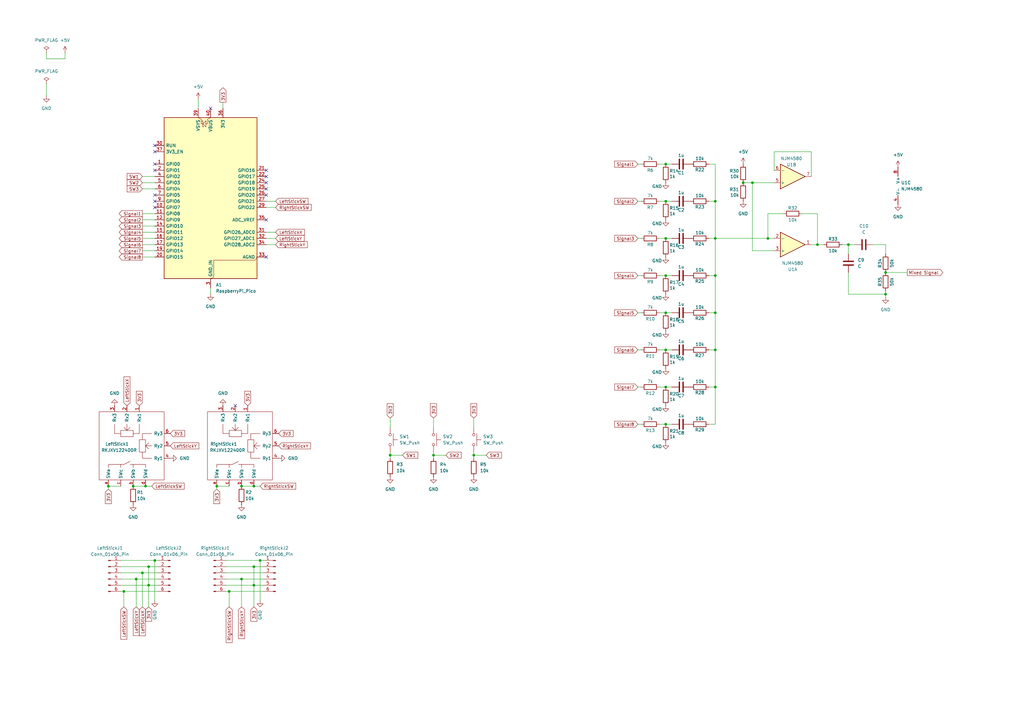
<source format=kicad_sch>
(kicad_sch (version 20250114) (generator "eeschema") (generator_version "9.0")
  (paper "A3")
  (lib_symbols
    (symbol "Amplifier_Operational:NJM4580" (pin_names (offset 0.127))
      (property "Reference" "U" (at 0 5.08 0))
      (property "Value" "NJM4580" (at 0 -5.08 0))
      (symbol "NJM4580_1_1"
        (polyline (pts (xy -5.08 5.08) (xy 5.08 0) (xy -5.08 -5.08) (xy -5.08 5.08)) (stroke (width 0.254)) (fill (type background)))
        (pin input line (at -7.62 2.54 0) (length 2.54) (name "+") (number "3"))
        (pin input line (at -7.62 -2.54 0) (length 2.54) (name "-") (number "2"))
        (pin output line (at 7.62 0 180) (length 2.54) (name "~") (number "1"))
      )
      (symbol "NJM4580_2_1"
        (polyline (pts (xy -5.08 5.08) (xy 5.08 0) (xy -5.08 -5.08) (xy -5.08 5.08)) (stroke (width 0.254)) (fill (type background)))
        (pin input line (at -7.62 2.54 0) (length 2.54) (name "+") (number "5"))
        (pin input line (at -7.62 -2.54 0) (length 2.54) (name "-") (number "6"))
        (pin output line (at 7.62 0 180) (length 2.54) (name "~") (number "7"))
      )
      (symbol "NJM4580_3_1"
        (pin power_in line (at -2.54 7.62 270) (length 3.81) (name "V+") (number "8"))
        (pin power_in line (at -2.54 -7.62 90) (length 3.81) (name "V-") (number "4"))
      )
    )
    (symbol "Connector:Conn_01x06_Pin" (pin_names (offset 1.016) (hide yes))
      (property "Reference" "J" (at 0 7.62 0))
      (property "Value" "Conn_01x06_Pin" (at 0 -10.16 0))
      (symbol "Conn_01x06_Pin_1_1"
        (rectangle (start 0.8636 5.207) (end 0 4.953) (stroke (width 0.1524)) (fill (type outline)))
        (rectangle (start 0.8636 2.667) (end 0 2.413) (stroke (width 0.1524)) (fill (type outline)))
        (rectangle (start 0.8636 0.127) (end 0 -0.127) (stroke (width 0.1524)) (fill (type outline)))
        (rectangle (start 0.8636 -2.413) (end 0 -2.667) (stroke (width 0.1524)) (fill (type outline)))
        (rectangle (start 0.8636 -4.953) (end 0 -5.207) (stroke (width 0.1524)) (fill (type outline)))
        (rectangle (start 0.8636 -7.493) (end 0 -7.747) (stroke (width 0.1524)) (fill (type outline)))
        (polyline (pts (xy 1.27 5.08) (xy 0.8636 5.08)) (stroke (width 0.1524)))
        (polyline (pts (xy 1.27 2.54) (xy 0.8636 2.54)) (stroke (width 0.1524)))
        (polyline (pts (xy 1.27 0) (xy 0.8636 0)) (stroke (width 0.1524)))
        (polyline (pts (xy 1.27 -2.54) (xy 0.8636 -2.54)) (stroke (width 0.1524)))
        (polyline (pts (xy 1.27 -5.08) (xy 0.8636 -5.08)) (stroke (width 0.1524)))
        (polyline (pts (xy 1.27 -7.62) (xy 0.8636 -7.62)) (stroke (width 0.1524)))
        (pin passive line (at 5.08 5.08 180) (length 3.81) (name "Pin_1") (number "1"))
        (pin passive line (at 5.08 2.54 180) (length 3.81) (name "Pin_2") (number "2"))
        (pin passive line (at 5.08 0 180) (length 3.81) (name "Pin_3") (number "3"))
        (pin passive line (at 5.08 -2.54 180) (length 3.81) (name "Pin_4") (number "4"))
        (pin passive line (at 5.08 -5.08 180) (length 3.81) (name "Pin_5") (number "5"))
        (pin passive line (at 5.08 -7.62 180) (length 3.81) (name "Pin_6") (number "6"))
      )
    )
    (symbol "Device:C" (pin_numbers (hide yes)) (pin_names (offset 0.254))
      (property "Reference" "C" (at 0.635 2.54 0))
      (property "Value" "C" (at 0.635 -2.54 0))
      (symbol "C_0_1"
        (polyline (pts (xy -2.032 0.762) (xy 2.032 0.762)) (stroke (width 0.508)))
        (polyline (pts (xy -2.032 -0.762) (xy 2.032 -0.762)) (stroke (width 0.508)))
      )
      (symbol "C_1_1"
        (pin passive line (at 0 3.81 270) (length 2.794) (name "~") (number "1"))
        (pin passive line (at 0 -3.81 90) (length 2.794) (name "~") (number "2"))
      )
    )
    (symbol "Device:R" (pin_numbers (hide yes)) (pin_names (offset 0))
      (property "Reference" "R" (at 2.032 0 90))
      (property "Value" "R" (at 0 0 90))
      (symbol "R_0_1"
        (rectangle (start -1.016 -2.54) (end 1.016 2.54) (stroke (width 0.254)))
      )
      (symbol "R_1_1"
        (pin passive line (at 0 3.81 270) (length 1.27) (name "~") (number "1"))
        (pin passive line (at 0 -3.81 90) (length 1.27) (name "~") (number "2"))
      )
    )
    (symbol "MCU_Module:RaspberryPi_Pico" (pin_names (offset 0.762))
      (property "Reference" "A" (at -19.05 35.56 0))
      (property "Value" "RaspberryPi_Pico" (at 7.62 35.56 0))
      (symbol "RaspberryPi_Pico_0_1"
        (rectangle (start -19.05 34.29) (end 19.05 -31.75) (stroke (width 0.254)) (fill (type background)))
        (polyline (pts (xy -5.08 34.29) (xy -3.81 33.655) (xy -3.81 31.75) (xy -3.175 31.75)))
        (polyline (pts (xy -3.429 32.766) (xy -3.429 33.02) (xy -3.175 33.02) (xy -3.175 30.48) (xy -2.921 30.48) (xy -2.921 30.734)))
        (polyline (pts (xy -3.175 31.75) (xy -1.905 33.02) (xy -1.905 30.48) (xy -3.175 31.75)))
        (polyline (pts (xy 0 34.29) (xy -1.27 33.655) (xy -1.27 31.75) (xy -1.905 31.75)))
        (polyline (pts (xy 0 -31.75) (xy 1.27 -31.115) (xy 1.27 -24.13) (xy 18.415 -24.13) (xy 19.05 -22.86)))
      )
      (symbol "RaspberryPi_Pico_1_1"
        (pin passive line (at -22.86 22.86 0) (length 3.81) (name "RUN") (number "30"))
        (pin passive line (at -22.86 20.32 0) (length 3.81) (name "3V3_EN") (number "37"))
        (pin bidirectional line (at -22.86 15.24 0) (length 3.81) (name "GPIO0") (number "1"))
        (pin bidirectional line (at -22.86 12.7 0) (length 3.81) (name "GPIO1") (number "2"))
        (pin bidirectional line (at -22.86 10.16 0) (length 3.81) (name "GPIO2") (number "4"))
        (pin bidirectional line (at -22.86 7.62 0) (length 3.81) (name "GPIO3") (number "5"))
        (pin bidirectional line (at -22.86 5.08 0) (length 3.81) (name "GPIO4") (number "6"))
        (pin bidirectional line (at -22.86 2.54 0) (length 3.81) (name "GPIO5") (number "7"))
        (pin bidirectional line (at -22.86 0 0) (length 3.81) (name "GPIO6") (number "9"))
        (pin bidirectional line (at -22.86 -2.54 0) (length 3.81) (name "GPIO7") (number "10"))
        (pin bidirectional line (at -22.86 -5.08 0) (length 3.81) (name "GPIO8") (number "11"))
        (pin bidirectional line (at -22.86 -7.62 0) (length 3.81) (name "GPIO9") (number "12"))
        (pin bidirectional line (at -22.86 -10.16 0) (length 3.81) (name "GPIO10") (number "14"))
        (pin bidirectional line (at -22.86 -12.7 0) (length 3.81) (name "GPIO11") (number "15"))
        (pin bidirectional line (at -22.86 -15.24 0) (length 3.81) (name "GPIO12") (number "16"))
        (pin bidirectional line (at -22.86 -17.78 0) (length 3.81) (name "GPIO13") (number "17"))
        (pin bidirectional line (at -22.86 -20.32 0) (length 3.81) (name "GPIO14") (number "19"))
        (pin bidirectional line (at -22.86 -22.86 0) (length 3.81) (name "GPIO15") (number "20"))
        (pin power_in line (at -5.08 38.1 270) (length 3.81) (name "VSYS") (number "39"))
        (pin power_out line (at 0 38.1 270) (length 3.81) (name "VBUS") (number "40"))
        (pin passive line (at 0 -35.56 90) (length 3.81) (hide yes) (name "GND") (number "13"))
        (pin passive line (at 0 -35.56 90) (length 3.81) (hide yes) (name "GND") (number "18"))
        (pin passive line (at 0 -35.56 90) (length 3.81) (hide yes) (name "GND") (number "23"))
        (pin passive line (at 0 -35.56 90) (length 3.81) (hide yes) (name "GND") (number "28"))
        (pin power_out line (at 0 -35.56 90) (length 3.81) (name "GND") (number "3") (alternate "GND_IN" power_in line))
        (pin passive line (at 0 -35.56 90) (length 3.81) (hide yes) (name "GND") (number "38"))
        (pin passive line (at 0 -35.56 90) (length 3.81) (hide yes) (name "GND") (number "8"))
        (pin power_out line (at 5.08 38.1 270) (length 3.81) (name "3V3") (number "36"))
        (pin bidirectional line (at 22.86 12.7 180) (length 3.81) (name "GPIO16") (number "21"))
        (pin bidirectional line (at 22.86 10.16 180) (length 3.81) (name "GPIO17") (number "22"))
        (pin bidirectional line (at 22.86 7.62 180) (length 3.81) (name "GPIO18") (number "24"))
        (pin bidirectional line (at 22.86 5.08 180) (length 3.81) (name "GPIO19") (number "25"))
        (pin bidirectional line (at 22.86 2.54 180) (length 3.81) (name "GPIO20") (number "26"))
        (pin bidirectional line (at 22.86 0 180) (length 3.81) (name "GPIO21") (number "27"))
        (pin bidirectional line (at 22.86 -2.54 180) (length 3.81) (name "GPIO22") (number "29"))
        (pin power_in line (at 22.86 -7.62 180) (length 3.81) (name "ADC_VREF") (number "35"))
        (pin bidirectional line (at 22.86 -12.7 180) (length 3.81) (name "GPIO26_ADC0") (number "31"))
        (pin bidirectional line (at 22.86 -15.24 180) (length 3.81) (name "GPIO27_ADC1") (number "32"))
        (pin bidirectional line (at 22.86 -17.78 180) (length 3.81) (name "GPIO28_ADC2") (number "34"))
        (pin power_out line (at 22.86 -22.86 180) (length 3.81) (name "AGND") (number "33"))
      )
    )
    (symbol "Switch:SW_Push" (pin_numbers (hide yes)) (pin_names (offset 1.016) (hide yes))
      (property "Reference" "SW" (at 1.27 2.54 0))
      (property "Value" "SW_Push" (at 0 -1.524 0))
      (symbol "SW_Push_0_1"
        (circle (center -2.032 0) (radius 0.508))
        (polyline (pts (xy 0 1.27) (xy 0 3.048)))
        (circle (center 2.032 0) (radius 0.508))
        (polyline (pts (xy 2.54 1.27) (xy -2.54 1.27)))
        (pin passive line (at -5.08 0 0) (length 2.54) (name "1") (number "1"))
        (pin passive line (at 5.08 0 180) (length 2.54) (name "2") (number "2"))
      )
    )
    (symbol "joystick:RKJXV122400R"
      (property "Reference" "U" (at -4.318 1.27 0))
      (property "Value" "RKJXV122400R" (at -3.048 -1.778 0))
      (symbol "RKJXV122400R_1_1"
        (rectangle (start -11.43 13.97) (end 15.24 -13.97))
        (rectangle (start -5.08 5.08) (end -5.08 8.89))
        (rectangle (start -2.54 6.35) (end 2.54 3.81))
        (rectangle (start -2.54 5.08) (end -5.08 5.08))
        (polyline (pts (xy -2.54 -7.62) (xy -1.27 -7.62)))
        (polyline (pts (xy -2.54 -8.89) (xy -2.54 -7.62) (xy -7.62 -7.62) (xy -7.62 -8.89)))
        (polyline (pts (xy -1.27 -7.62) (xy 1.27 -6.35)))
        (rectangle (start 0 8.89) (end 0 6.35))
        (polyline (pts (xy 0 6.35) (xy -1.27 7.62) (xy 0 6.35) (xy 1.27 7.62)))
        (rectangle (start 2.54 5.08) (end 5.08 5.08))
        (polyline (pts (xy 2.54 -7.62) (xy 1.27 -7.62)))
        (polyline (pts (xy 2.54 -8.89) (xy 2.54 -7.62) (xy 7.62 -7.62) (xy 7.62 -8.89)))
        (rectangle (start 5.08 5.08) (end 5.08 8.89))
        (polyline (pts (xy 6.35 -2.54) (xy 6.35 -5.08) (xy 10.16 -5.08)))
        (polyline (pts (xy 7.62 0) (xy 8.89 1.27)))
        (polyline (pts (xy 7.62 0) (xy 8.89 -1.27)))
        (polyline (pts (xy 7.62 0) (xy 10.16 0)))
        (polyline (pts (xy 10.16 5.08) (xy 6.35 5.08) (xy 6.35 2.54) (xy 5.08 2.54) (xy 5.08 -2.54) (xy 7.62 -2.54) (xy 7.62 2.54) (xy 6.35 2.54)))
        (pin passive line (at -7.62 -16.51 90) (length 2.54) (name "SWa") (number "a"))
        (pin passive line (at -5.08 16.51 270) (length 2.54) (name "Rx3") (number "3"))
        (pin passive line (at -2.54 -16.51 90) (length 2.54) (name "SWc") (number "c"))
        (pin passive line (at 0 16.51 270) (length 2.54) (name "Rx2") (number "2"))
        (pin passive line (at 2.54 -16.51 90) (length 2.54) (name "SWb") (number "b"))
        (pin passive line (at 5.08 16.51 270) (length 2.54) (name "Rx1") (number "1"))
        (pin passive line (at 7.62 -16.51 90) (length 2.54) (name "SWd") (number "d"))
        (pin passive line (at 17.78 5.08 180) (length 2.54) (name "Ry3") (number "6"))
        (pin passive line (at 17.78 0 180) (length 2.54) (name "Ry2") (number "5"))
        (pin passive line (at 17.78 -5.08 180) (length 2.54) (name "Ry1") (number "4"))
      )
    )
    (symbol "power:+5V" (power) (pin_numbers (hide yes)) (pin_names (offset 0) (hide yes))
      (property "Value" "+5V" (at 0 3.556 0))
      (symbol "+5V_0_1"
        (polyline (pts (xy -0.762 1.27) (xy 0 2.54)))
        (polyline (pts (xy 0 2.54) (xy 0.762 1.27)))
        (polyline (pts (xy 0 0) (xy 0 2.54)))
      )
      (symbol "+5V_1_1"
        (pin power_in line (at 0 0 90) (length 0) (name "~") (number "1"))
      )
    )
    (symbol "power:GND" (power) (pin_numbers (hide yes)) (pin_names (offset 0) (hide yes))
      (property "Value" "GND" (at 0 -3.81 0))
      (symbol "GND_0_1"
        (polyline (pts (xy 0 0) (xy 0 -1.27) (xy 1.27 -1.27) (xy 0 -2.54) (xy -1.27 -1.27) (xy 0 -1.27)))
      )
      (symbol "GND_1_1"
        (pin power_in line (at 0 0 270) (length 0) (name "~") (number "1"))
      )
    )
    (symbol "power:PWR_FLAG" (power) (pin_numbers (hide yes)) (pin_names (offset 0) (hide yes))
      (property "Value" "PWR_FLAG" (at 0 3.81 0))
      (symbol "PWR_FLAG_0_0"
        (pin power_out line (at 0 0 90) (length 0) (name "~") (number "1"))
      )
      (symbol "PWR_FLAG_0_1"
        (polyline (pts (xy 0 0) (xy 0 1.27) (xy -1.016 1.905) (xy 0 2.54) (xy 1.016 1.905) (xy 0 1.27)))
      )
    )
  )
  (junction (at 293.37 97.79))
  (junction (at 60.96 232.41))
  (junction (at 59.69 199.39))
  (junction (at 104.14 199.39))
  (junction (at 273.05 113.03))
  (junction (at 104.14 232.41))
  (junction (at 63.5 229.87))
  (junction (at 160.02 186.69))
  (junction (at 273.05 82.55))
  (junction (at 335.28 100.33))
  (junction (at 93.98 242.57))
  (junction (at 55.88 237.49))
  (junction (at 44.45 199.39))
  (junction (at 54.61 199.39))
  (junction (at 177.8 186.69))
  (junction (at 293.37 82.55))
  (junction (at 293.37 143.51))
  (junction (at 273.05 143.51))
  (junction (at 99.06 199.39))
  (junction (at 88.9 199.39))
  (junction (at 99.06 237.49))
  (junction (at 347.98 100.33))
  (junction (at 293.37 158.75))
  (junction (at 293.37 128.27))
  (junction (at 314.96 97.79))
  (junction (at 273.05 97.79))
  (junction (at 273.05 67.31))
  (junction (at 304.8 74.93))
  (junction (at 293.37 113.03))
  (junction (at 273.05 173.99))
  (junction (at 363.22 111.76))
  (junction (at 194.31 186.69))
  (junction (at 273.05 128.27))
  (junction (at 104.14 240.03))
  (junction (at 58.42 234.95))
  (junction (at 50.8 242.57))
  (junction (at 273.05 158.75))
  (junction (at 60.96 240.03))
  (junction (at 308.61 74.93))
  (junction (at 106.68 229.87))
  (junction (at 363.22 120.65))
  (no_connect (at 109.22 77.47))
  (no_connect (at 109.22 80.01))
  (no_connect (at 63.5 85.09))
  (no_connect (at 63.5 80.01))
  (no_connect (at 63.5 59.69))
  (no_connect (at 109.22 74.93))
  (no_connect (at 96.52 166.37))
  (no_connect (at 109.22 72.39))
  (no_connect (at 109.22 90.17))
  (no_connect (at 63.5 69.85))
  (no_connect (at 63.5 82.55))
  (no_connect (at 63.5 67.31))
  (no_connect (at 63.5 62.23))
  (no_connect (at 86.36 44.45))
  (no_connect (at 109.22 105.41))
  (no_connect (at 109.22 69.85))
  (wire (pts (xy 347.98 120.65) (xy 363.22 120.65)))
  (wire (pts (xy 335.28 100.33) (xy 337.82 100.33)))
  (wire (pts (xy 293.37 97.79) (xy 314.96 97.79)))
  (wire (pts (xy 49.53 240.03) (xy 60.96 240.03)))
  (wire (pts (xy 55.88 237.49) (xy 55.88 248.92)))
  (wire (pts (xy 60.96 240.03) (xy 64.77 240.03)))
  (wire (pts (xy 293.37 128.27) (xy 293.37 143.51)))
  (wire (pts (xy 106.68 229.87) (xy 107.95 229.87)))
  (wire (pts (xy 49.53 234.95) (xy 58.42 234.95)))
  (wire (pts (xy 58.42 95.25) (xy 63.5 95.25)))
  (wire (pts (xy 104.14 240.03) (xy 104.14 248.92)))
  (wire (pts (xy 194.31 171.45) (xy 194.31 175.26)))
  (wire (pts (xy 92.71 237.49) (xy 99.06 237.49)))
  (wire (pts (xy 363.22 119.38) (xy 363.22 120.65)))
  (wire (pts (xy 59.69 199.39) (xy 62.23 199.39)))
  (wire (pts (xy 50.8 242.57) (xy 64.77 242.57)))
  (wire (pts (xy 293.37 82.55) (xy 293.37 67.31)))
  (wire (pts (xy 58.42 92.71) (xy 63.5 92.71)))
  (wire (pts (xy 273.05 97.79) (xy 275.59 97.79)))
  (wire (pts (xy 60.96 232.41) (xy 64.77 232.41)))
  (wire (pts (xy 194.31 186.69) (xy 199.39 186.69)))
  (wire (pts (xy 261.62 128.27) (xy 262.89 128.27)))
  (wire (pts (xy 261.62 173.99) (xy 262.89 173.99)))
  (wire (pts (xy 81.28 40.64) (xy 81.28 44.45)))
  (wire (pts (xy 314.96 97.79) (xy 317.5 97.79)))
  (wire (pts (xy 92.71 234.95) (xy 107.95 234.95)))
  (wire (pts (xy 273.05 113.03) (xy 275.59 113.03)))
  (wire (pts (xy 335.28 87.63) (xy 335.28 100.33)))
  (wire (pts (xy 290.83 158.75) (xy 293.37 158.75)))
  (wire (pts (xy 99.06 237.49) (xy 107.95 237.49)))
  (wire (pts (xy 314.96 87.63) (xy 314.96 97.79)))
  (wire (pts (xy 293.37 173.99) (xy 290.83 173.99)))
  (wire (pts (xy 358.14 100.33) (xy 363.22 100.33)))
  (wire (pts (xy 261.62 67.31) (xy 262.89 67.31)))
  (wire (pts (xy 109.22 97.79) (xy 113.03 97.79)))
  (wire (pts (xy 290.83 82.55) (xy 293.37 82.55)))
  (wire (pts (xy 91.44 41.91) (xy 91.44 44.45)))
  (wire (pts (xy 273.05 82.55) (xy 275.59 82.55)))
  (wire (pts (xy 363.22 120.65) (xy 363.22 121.92)))
  (wire (pts (xy 58.42 105.41) (xy 63.5 105.41)))
  (wire (pts (xy 63.5 229.87) (xy 63.5 246.38)))
  (wire (pts (xy 261.62 97.79) (xy 262.89 97.79)))
  (wire (pts (xy 160.02 185.42) (xy 160.02 186.69)))
  (wire (pts (xy 55.88 237.49) (xy 64.77 237.49)))
  (wire (pts (xy 160.02 186.69) (xy 160.02 187.96)))
  (wire (pts (xy 290.83 113.03) (xy 293.37 113.03)))
  (wire (pts (xy 290.83 128.27) (xy 293.37 128.27)))
  (wire (pts (xy 304.8 74.93) (xy 308.61 74.93)))
  (wire (pts (xy 317.5 69.85) (xy 317.5 62.23)))
  (wire (pts (xy 104.14 232.41) (xy 104.14 240.03)))
  (wire (pts (xy 177.8 186.69) (xy 182.88 186.69)))
  (wire (pts (xy 270.51 82.55) (xy 273.05 82.55)))
  (wire (pts (xy 363.22 100.33) (xy 363.22 104.14)))
  (wire (pts (xy 88.9 199.39) (xy 93.98 199.39)))
  (wire (pts (xy 109.22 85.09) (xy 113.03 85.09)))
  (wire (pts (xy 19.05 24.13) (xy 26.67 24.13)))
  (wire (pts (xy 44.45 199.39) (xy 49.53 199.39)))
  (wire (pts (xy 363.22 111.76) (xy 372.11 111.76)))
  (wire (pts (xy 317.5 62.23) (xy 332.74 62.23)))
  (wire (pts (xy 58.42 234.95) (xy 64.77 234.95)))
  (wire (pts (xy 44.45 199.39) (xy 44.45 200.66)))
  (wire (pts (xy 290.83 143.51) (xy 293.37 143.51)))
  (wire (pts (xy 93.98 242.57) (xy 107.95 242.57)))
  (wire (pts (xy 54.61 199.39) (xy 59.69 199.39)))
  (wire (pts (xy 160.02 171.45) (xy 160.02 175.26)))
  (wire (pts (xy 321.31 87.63) (xy 314.96 87.63)))
  (wire (pts (xy 261.62 158.75) (xy 262.89 158.75)))
  (wire (pts (xy 49.53 232.41) (xy 60.96 232.41)))
  (wire (pts (xy 273.05 128.27) (xy 275.59 128.27)))
  (wire (pts (xy 308.61 74.93) (xy 308.61 102.87)))
  (wire (pts (xy 60.96 232.41) (xy 60.96 240.03)))
  (wire (pts (xy 58.42 97.79) (xy 63.5 97.79)))
  (wire (pts (xy 273.05 173.99) (xy 275.59 173.99)))
  (wire (pts (xy 308.61 102.87) (xy 317.5 102.87)))
  (wire (pts (xy 58.42 77.47) (xy 63.5 77.47)))
  (wire (pts (xy 293.37 158.75) (xy 293.37 173.99)))
  (wire (pts (xy 49.53 229.87) (xy 63.5 229.87)))
  (wire (pts (xy 58.42 102.87) (xy 63.5 102.87)))
  (wire (pts (xy 104.14 232.41) (xy 107.95 232.41)))
  (wire (pts (xy 177.8 186.69) (xy 177.8 187.96)))
  (wire (pts (xy 104.14 240.03) (xy 107.95 240.03)))
  (wire (pts (xy 270.51 97.79) (xy 273.05 97.79)))
  (wire (pts (xy 93.98 242.57) (xy 93.98 248.92)))
  (wire (pts (xy 270.51 173.99) (xy 273.05 173.99)))
  (wire (pts (xy 92.71 232.41) (xy 104.14 232.41)))
  (wire (pts (xy 194.31 186.69) (xy 194.31 187.96)))
  (wire (pts (xy 261.62 82.55) (xy 262.89 82.55)))
  (wire (pts (xy 308.61 74.93) (xy 317.5 74.93)))
  (wire (pts (xy 293.37 82.55) (xy 293.37 97.79)))
  (wire (pts (xy 347.98 100.33) (xy 350.52 100.33)))
  (wire (pts (xy 58.42 87.63) (xy 63.5 87.63)))
  (wire (pts (xy 92.71 229.87) (xy 106.68 229.87)))
  (wire (pts (xy 106.68 229.87) (xy 106.68 246.38)))
  (wire (pts (xy 347.98 100.33) (xy 347.98 104.14)))
  (wire (pts (xy 26.67 21.59) (xy 26.67 24.13)))
  (wire (pts (xy 270.51 67.31) (xy 273.05 67.31)))
  (wire (pts (xy 92.71 242.57) (xy 93.98 242.57)))
  (wire (pts (xy 328.93 87.63) (xy 335.28 87.63)))
  (wire (pts (xy 261.62 143.51) (xy 262.89 143.51)))
  (wire (pts (xy 86.36 118.11) (xy 86.36 120.65)))
  (wire (pts (xy 293.37 113.03) (xy 293.37 128.27)))
  (wire (pts (xy 194.31 185.42) (xy 194.31 186.69)))
  (wire (pts (xy 19.05 34.29) (xy 19.05 39.37)))
  (wire (pts (xy 19.05 21.59) (xy 19.05 24.13)))
  (wire (pts (xy 109.22 82.55) (xy 113.03 82.55)))
  (wire (pts (xy 293.37 143.51) (xy 293.37 158.75)))
  (wire (pts (xy 347.98 111.76) (xy 347.98 120.65)))
  (wire (pts (xy 99.06 199.39) (xy 104.14 199.39)))
  (wire (pts (xy 270.51 143.51) (xy 273.05 143.51)))
  (wire (pts (xy 104.14 199.39) (xy 106.68 199.39)))
  (wire (pts (xy 160.02 186.69) (xy 165.1 186.69)))
  (wire (pts (xy 177.8 185.42) (xy 177.8 186.69)))
  (wire (pts (xy 273.05 158.75) (xy 275.59 158.75)))
  (wire (pts (xy 270.51 158.75) (xy 273.05 158.75)))
  (wire (pts (xy 60.96 240.03) (xy 60.96 248.92)))
  (wire (pts (xy 109.22 95.25) (xy 113.03 95.25)))
  (wire (pts (xy 293.37 97.79) (xy 293.37 113.03)))
  (wire (pts (xy 177.8 171.45) (xy 177.8 175.26)))
  (wire (pts (xy 49.53 242.57) (xy 50.8 242.57)))
  (wire (pts (xy 63.5 229.87) (xy 64.77 229.87)))
  (wire (pts (xy 270.51 113.03) (xy 273.05 113.03)))
  (wire (pts (xy 92.71 240.03) (xy 104.14 240.03)))
  (wire (pts (xy 58.42 234.95) (xy 58.42 248.92)))
  (wire (pts (xy 109.22 100.33) (xy 113.03 100.33)))
  (wire (pts (xy 273.05 143.51) (xy 275.59 143.51)))
  (wire (pts (xy 270.51 128.27) (xy 273.05 128.27)))
  (wire (pts (xy 58.42 74.93) (xy 63.5 74.93)))
  (wire (pts (xy 332.74 62.23) (xy 332.74 72.39)))
  (wire (pts (xy 88.9 199.39) (xy 88.9 200.66)))
  (wire (pts (xy 273.05 67.31) (xy 275.59 67.31)))
  (wire (pts (xy 58.42 100.33) (xy 63.5 100.33)))
  (wire (pts (xy 99.06 237.49) (xy 99.06 248.92)))
  (wire (pts (xy 261.62 113.03) (xy 262.89 113.03)))
  (wire (pts (xy 335.28 100.33) (xy 332.74 100.33)))
  (wire (pts (xy 49.53 237.49) (xy 55.88 237.49)))
  (wire (pts (xy 58.42 72.39) (xy 63.5 72.39)))
  (wire (pts (xy 293.37 67.31) (xy 290.83 67.31)))
  (wire (pts (xy 50.8 242.57) (xy 50.8 248.92)))
  (wire (pts (xy 290.83 97.79) (xy 293.37 97.79)))
  (wire (pts (xy 58.42 90.17) (xy 63.5 90.17)))
  (wire (pts (xy 345.44 100.33) (xy 347.98 100.33)))
  (global_label "Mixed Signal" (shape output) (at 372.11 111.76 0) (property "Intersheetrefs" "${INTERSHEET_REFS}" (effects (hide yes))))
  (global_label "SW1" (shape input) (at 165.1 186.69 0) (property "Intersheetrefs" "${INTERSHEET_REFS}" (effects (hide yes))))
  (global_label "Signal7" (shape output) (at 58.42 102.87 180) (property "Intersheetrefs" "${INTERSHEET_REFS}" (effects (hide yes))))
  (global_label "LeftStickY" (shape input) (at 113.03 97.79 0) (property "Intersheetrefs" "${INTERSHEET_REFS}" (effects (hide yes))))
  (global_label "Signal7" (shape input) (at 261.62 158.75 180) (property "Intersheetrefs" "${INTERSHEET_REFS}" (effects (hide yes))))
  (global_label "Signal1" (shape input) (at 261.62 67.31 180) (property "Intersheetrefs" "${INTERSHEET_REFS}" (effects (hide yes))))
  (global_label "LeftStickSW" (shape input) (at 50.8 248.92 270) (property "Intersheetrefs" "${INTERSHEET_REFS}" (effects (hide yes))))
  (global_label "RightStickSW" (shape input) (at 113.03 85.09 0) (property "Intersheetrefs" "${INTERSHEET_REFS}" (effects (hide yes))))
  (global_label "LeftStickSW" (shape input) (at 62.23 199.39 0) (property "Intersheetrefs" "${INTERSHEET_REFS}" (effects (hide yes))))
  (global_label "RightStickY" (shape input) (at 114.3 182.88 0) (property "Intersheetrefs" "${INTERSHEET_REFS}" (effects (hide yes))))
  (global_label "RightStickSW" (shape input) (at 106.68 199.39 0) (property "Intersheetrefs" "${INTERSHEET_REFS}" (effects (hide yes))))
  (global_label "Signal3" (shape output) (at 58.42 92.71 180) (property "Intersheetrefs" "${INTERSHEET_REFS}" (effects (hide yes))))
  (global_label "3V3" (shape input) (at 160.02 171.45 90) (property "Intersheetrefs" "${INTERSHEET_REFS}" (effects (hide yes))))
  (global_label "Signal5" (shape input) (at 261.62 128.27 180) (property "Intersheetrefs" "${INTERSHEET_REFS}" (effects (hide yes))))
  (global_label "3V3" (shape output) (at 91.44 41.91 90) (property "Intersheetrefs" "${INTERSHEET_REFS}" (effects (hide yes))))
  (global_label "SW2" (shape input) (at 182.88 186.69 0) (property "Intersheetrefs" "${INTERSHEET_REFS}" (effects (hide yes))))
  (global_label "Signal1" (shape output) (at 58.42 87.63 180) (property "Intersheetrefs" "${INTERSHEET_REFS}" (effects (hide yes))))
  (global_label "SW3" (shape input) (at 58.42 77.47 180) (property "Intersheetrefs" "${INTERSHEET_REFS}" (effects (hide yes))))
  (global_label "3V3" (shape input) (at 60.96 248.92 270) (property "Intersheetrefs" "${INTERSHEET_REFS}" (effects (hide yes))))
  (global_label "3V3" (shape input) (at 194.31 171.45 90) (property "Intersheetrefs" "${INTERSHEET_REFS}" (effects (hide yes))))
  (global_label "Signal5" (shape output) (at 58.42 97.79 180) (property "Intersheetrefs" "${INTERSHEET_REFS}" (effects (hide yes))))
  (global_label "LeftStickX" (shape input) (at 52.07 166.37 90) (property "Intersheetrefs" "${INTERSHEET_REFS}" (effects (hide yes))))
  (global_label "3V3" (shape input) (at 88.9 200.66 270) (property "Intersheetrefs" "${INTERSHEET_REFS}" (effects (hide yes))))
  (global_label "RightStickSW" (shape input) (at 93.98 248.92 270) (property "Intersheetrefs" "${INTERSHEET_REFS}" (effects (hide yes))))
  (global_label "Signal4" (shape input) (at 261.62 113.03 180) (property "Intersheetrefs" "${INTERSHEET_REFS}" (effects (hide yes))))
  (global_label "3V3" (shape input) (at 104.14 248.92 270) (property "Intersheetrefs" "${INTERSHEET_REFS}" (effects (hide yes))))
  (global_label "3V3" (shape input) (at 69.85 177.8 0) (property "Intersheetrefs" "${INTERSHEET_REFS}" (effects (hide yes))))
  (global_label "RightStickY" (shape input) (at 99.06 248.92 270) (property "Intersheetrefs" "${INTERSHEET_REFS}" (effects (hide yes))))
  (global_label "Signal4" (shape output) (at 58.42 95.25 180) (property "Intersheetrefs" "${INTERSHEET_REFS}" (effects (hide yes))))
  (global_label "3V3" (shape input) (at 57.15 166.37 90) (property "Intersheetrefs" "${INTERSHEET_REFS}" (effects (hide yes))))
  (global_label "LeftStickSW" (shape input) (at 113.03 82.55 0) (property "Intersheetrefs" "${INTERSHEET_REFS}" (effects (hide yes))))
  (global_label "LeftStickX" (shape input) (at 113.03 95.25 0) (property "Intersheetrefs" "${INTERSHEET_REFS}" (effects (hide yes))))
  (global_label "Signal6" (shape input) (at 261.62 143.51 180) (property "Intersheetrefs" "${INTERSHEET_REFS}" (effects (hide yes))))
  (global_label "LeftStickX" (shape input) (at 58.42 248.92 270) (property "Intersheetrefs" "${INTERSHEET_REFS}" (effects (hide yes))))
  (global_label "3V3" (shape input) (at 114.3 177.8 0) (property "Intersheetrefs" "${INTERSHEET_REFS}" (effects (hide yes))))
  (global_label "Signal6" (shape output) (at 58.42 100.33 180) (property "Intersheetrefs" "${INTERSHEET_REFS}" (effects (hide yes))))
  (global_label "LeftStickY" (shape input) (at 69.85 182.88 0) (property "Intersheetrefs" "${INTERSHEET_REFS}" (effects (hide yes))))
  (global_label "Signal2" (shape output) (at 58.42 90.17 180) (property "Intersheetrefs" "${INTERSHEET_REFS}" (effects (hide yes))))
  (global_label "3V3" (shape input) (at 177.8 171.45 90) (property "Intersheetrefs" "${INTERSHEET_REFS}" (effects (hide yes))))
  (global_label "SW1" (shape input) (at 58.42 72.39 180) (property "Intersheetrefs" "${INTERSHEET_REFS}" (effects (hide yes))))
  (global_label "RightStickY" (shape input) (at 113.03 100.33 0) (property "Intersheetrefs" "${INTERSHEET_REFS}" (effects (hide yes))))
  (global_label "SW2" (shape input) (at 58.42 74.93 180) (property "Intersheetrefs" "${INTERSHEET_REFS}" (effects (hide yes))))
  (global_label "Signal8" (shape output) (at 58.42 105.41 180) (property "Intersheetrefs" "${INTERSHEET_REFS}" (effects (hide yes))))
  (global_label "SW3" (shape input) (at 199.39 186.69 0) (property "Intersheetrefs" "${INTERSHEET_REFS}" (effects (hide yes))))
  (global_label "3V3" (shape input) (at 101.6 166.37 90) (property "Intersheetrefs" "${INTERSHEET_REFS}" (effects (hide yes))))
  (global_label "Signal3" (shape input) (at 261.62 97.79 180) (property "Intersheetrefs" "${INTERSHEET_REFS}" (effects (hide yes))))
  (global_label "LeftStickY" (shape input) (at 55.88 248.92 270) (property "Intersheetrefs" "${INTERSHEET_REFS}" (effects (hide yes))))
  (global_label "Signal2" (shape input) (at 261.62 82.55 180) (property "Intersheetrefs" "${INTERSHEET_REFS}" (effects (hide yes))))
  (global_label "Signal8" (shape input) (at 261.62 173.99 180) (property "Intersheetrefs" "${INTERSHEET_REFS}" (effects (hide yes))))
  (global_label "3V3" (shape input) (at 44.45 200.66 270) (property "Intersheetrefs" "${INTERSHEET_REFS}" (effects (hide yes))))
  (symbol (lib_id "power:+5V") (at 26.67 21.59 0) (unit 1)
    (property "Reference" "#PWR02" (effects (hide yes)))
    (property "Value" "+5V" (at 26.67 16.51 0))
    (property "Description" "Power symbol creates a global label with name \"+5V\"" (effects (hide yes)))
  )
  (symbol (lib_id "Device:R") (at 325.12 87.63 90) (unit 1)
    (property "Reference" "R32" (at 325.12 85.344 90))
    (property "Value" "10k" (at 325.12 90.17 90))
    (property "Description" "Resistor" (effects (hide yes)))
  )
  (symbol (lib_id "power:GND") (at 99.06 207.01 0) (unit 1)
    (property "Reference" "#PWR010" (effects (hide yes)))
    (property "Value" "GND" (at 99.06 212.09 0))
    (property "Description" "Power symbol creates a global label with name \"GND\" , ground" (effects (hide yes)))
  )
  (symbol (lib_id "power:GND") (at 160.02 195.58 0) (unit 1)
    (property "Reference" "#PWR013" (effects (hide yes)))
    (property "Value" "GND" (at 160.02 200.66 0))
    (property "Description" "Power symbol creates a global label with name \"GND\" , ground" (effects (hide yes)))
  )
  (symbol (lib_id "power:PWR_FLAG") (at 19.05 21.59 0) (unit 1)
    (property "Reference" "#FLG01" (effects (hide yes)))
    (property "Value" "PWR_FLAG" (at 19.05 16.51 0))
    (property "Description" "Special symbol for telling ERC where power comes from" (effects (hide yes)))
  )
  (symbol (lib_id "power:+5V") (at 368.3 68.58 0) (unit 1)
    (property "Reference" "#PWR027" (effects (hide yes)))
    (property "Value" "+5V" (at 368.3 63.5 0))
    (property "Description" "Power symbol creates a global label with name \"+5V\"" (effects (hide yes)))
  )
  (symbol (lib_id "Connector:Conn_01x06_Pin") (at 87.63 234.95 0) (unit 1)
    (property "Reference" "RightStickJ1" (at 88.265 224.79 0))
    (property "Value" "Conn_01x06_Pin" (at 88.265 227.33 0))
    (property "Footprint" "Connector_PinHeader_2.54mm:PinHeader_1x06_P2.54mm_Vertical" (effects (hide yes)))
    (property "Description" "Generic connector, single row, 01x06, script generated" (effects (hide yes)))
  )
  (symbol (lib_id "Device:R") (at 287.02 128.27 90) (unit 1)
    (property "Reference" "R26" (at 287.02 130.556 90))
    (property "Value" "10k" (at 287.02 125.984 90))
    (property "Description" "Resistor" (effects (hide yes)))
  )
  (symbol (lib_id "Device:R") (at 99.06 203.2 0) (unit 1)
    (property "Reference" "R2" (at 100.584 201.93 0) (effects (justify left)))
    (property "Value" "10k" (at 100.584 204.47 0) (effects (justify left)))
    (property "Description" "Resistor" (effects (hide yes)))
  )
  (symbol (lib_id "power:+5V") (at 304.8 67.31 0) (unit 1)
    (property "Reference" "#PWR024" (effects (hide yes)))
    (property "Value" "+5V" (at 304.8 62.23 0))
    (property "Description" "Power symbol creates a global label with name \"+5V\"" (effects (hide yes)))
  )
  (symbol (lib_id "Device:R") (at 287.02 67.31 90) (unit 1)
    (property "Reference" "R22" (at 287.02 69.596 90))
    (property "Value" "10k" (at 287.02 65.024 90))
    (property "Description" "Resistor" (effects (hide yes)))
  )
  (symbol (lib_id "Device:R") (at 266.7 128.27 90) (unit 1)
    (property "Reference" "R10" (at 266.7 130.81 90))
    (property "Value" "7k" (at 266.7 125.984 90))
    (property "Description" "Resistor" (effects (hide yes)))
  )
  (symbol (lib_id "Device:C") (at 347.98 107.95 0) (unit 1)
    (property "Reference" "C9" (at 351.79 106.6799 0) (effects (justify left)))
    (property "Value" "C" (at 351.79 109.2199 0) (effects (justify left)))
    (property "Description" "Unpolarized capacitor" (effects (hide yes)))
  )
  (symbol (lib_id "power:GND") (at 273.05 105.41 0) (unit 1)
    (property "Reference" "#PWR018" (effects (hide yes)))
    (property "Value" "GND" (at 269.494 106.934 0))
    (property "Description" "Power symbol creates a global label with name \"GND\" , ground" (effects (hide yes)))
  )
  (symbol (lib_id "power:GND") (at 106.68 246.38 0) (unit 1)
    (property "Reference" "#PWR011" (effects (hide yes)))
    (property "Value" "GND" (at 106.6801 250.19 90) (effects (justify right)))
    (property "Description" "Power symbol creates a global label with name \"GND\" , ground" (effects (hide yes)))
  )
  (symbol (lib_id "power:GND") (at 273.05 135.89 0) (unit 1)
    (property "Reference" "#PWR020" (effects (hide yes)))
    (property "Value" "GND" (at 269.494 137.414 0))
    (property "Description" "Power symbol creates a global label with name \"GND\" , ground" (effects (hide yes)))
  )
  (symbol (lib_id "power:GND") (at 273.05 151.13 0) (unit 1)
    (property "Reference" "#PWR021" (effects (hide yes)))
    (property "Value" "GND" (at 269.494 152.654 0))
    (property "Description" "Power symbol creates a global label with name \"GND\" , ground" (effects (hide yes)))
  )
  (symbol (lib_id "Switch:SW_Push") (at 194.31 180.34 270) (unit 1)
    (property "Reference" "SW3" (at 198.12 179.0699 90) (effects (justify left)))
    (property "Value" "SW_Push" (at 198.12 181.6099 90) (effects (justify left)))
    (property "Footprint" "Button_Switch_THT:SW_PUSH_6mm_H7.3mm" (effects (hide yes)))
    (property "Description" "Push button switch, generic, two pins" (effects (hide yes)))
  )
  (symbol (lib_id "power:GND") (at 46.99 166.37 180) (unit 1)
    (property "Reference" "#PWR03" (effects (hide yes)))
    (property "Value" "GND" (at 46.99 161.29 0))
    (property "Description" "Power symbol creates a global label with name \"GND\" , ground" (effects (hide yes)))
  )
  (symbol (lib_id "Amplifier_Operational:NJM4580") (at 325.12 100.33 0) (mirror x) (unit 1)
    (property "Reference" "U1" (at 325.12 110.49 0))
    (property "Value" "NJM4580" (at 325.12 107.95 0))
    (property "Footprint" "Package_DIP:DIP-8_W7.62mm_Socket" (effects (hide yes)))
    (property "Datasheet" "http://www.njr.com/semicon/PDF/NJM4580_E.pdf" (effects (hide yes)))
    (property "Description" "Dual Operational Amplifier, DIP-8/DMP-8/SIP-8/MSOP-8/SOP-8/SSOP-8" (effects (hide yes)))
  )
  (symbol (lib_id "power:+5V") (at 81.28 40.64 0) (unit 1)
    (property "Reference" "#PWR07" (effects (hide yes)))
    (property "Value" "+5V" (at 81.28 35.56 0))
    (property "Description" "Power symbol creates a global label with name \"+5V\"" (effects (hide yes)))
  )
  (symbol (lib_id "Device:R") (at 266.7 97.79 90) (unit 1)
    (property "Reference" "R8" (at 266.7 100.33 90))
    (property "Value" "7k" (at 266.7 95.504 90))
    (property "Description" "Resistor" (effects (hide yes)))
  )
  (symbol (lib_id "Device:R") (at 160.02 191.77 0) (unit 1)
    (property "Reference" "R3" (at 162.56 190.4999 0) (effects (justify left)))
    (property "Value" "10k" (at 162.56 193.0399 0) (effects (justify left)))
    (property "Description" "Resistor" (effects (hide yes)))
  )
  (symbol (lib_id "power:GND") (at 63.5 246.38 0) (unit 1)
    (property "Reference" "#PWR05" (effects (hide yes)))
    (property "Value" "GND" (at 63.5001 250.19 90) (effects (justify right)))
    (property "Description" "Power symbol creates a global label with name \"GND\" , ground" (effects (hide yes)))
  )
  (symbol (lib_id "power:GND") (at 54.61 207.01 0) (unit 1)
    (property "Reference" "#PWR04" (effects (hide yes)))
    (property "Value" "GND" (at 54.61 212.09 0))
    (property "Description" "Power symbol creates a global label with name \"GND\" , ground" (effects (hide yes)))
  )
  (symbol (lib_id "joystick:RKJXV122400R") (at 52.07 182.88 0) (unit 1)
    (property "Reference" "LeftStick1" (at 52.832 182.118 0) (effects (justify right)))
    (property "Value" "RKJXV122400R" (at 56.134 184.658 0) (effects (justify right)))
    (property "Footprint" "myjoystick:RKJXV122400R" (effects (hide yes)))
  )
  (symbol (lib_id "Device:R") (at 273.05 86.36 180) (unit 1)
    (property "Reference" "R15" (at 274.574 85.344 0) (effects (justify right)))
    (property "Value" "1k" (at 274.574 87.63 0) (effects (justify right)))
    (property "Description" "Resistor" (effects (hide yes)))
  )
  (symbol (lib_id "Device:R") (at 273.05 71.12 180) (unit 1)
    (property "Reference" "R14" (at 274.574 70.104 0) (effects (justify right)))
    (property "Value" "1k" (at 274.574 72.39 0) (effects (justify right)))
    (property "Description" "Resistor" (effects (hide yes)))
  )
  (symbol (lib_id "Device:R") (at 287.02 113.03 90) (unit 1)
    (property "Reference" "R25" (at 287.02 115.316 90))
    (property "Value" "10k" (at 287.02 110.744 90))
    (property "Description" "Resistor" (effects (hide yes)))
  )
  (symbol (lib_id "power:GND") (at 273.05 120.65 0) (unit 1)
    (property "Reference" "#PWR019" (effects (hide yes)))
    (property "Value" "GND" (at 269.494 122.174 0))
    (property "Description" "Power symbol creates a global label with name \"GND\" , ground" (effects (hide yes)))
  )
  (symbol (lib_id "Device:R") (at 266.7 67.31 90) (unit 1)
    (property "Reference" "R6" (at 266.7 69.85 90))
    (property "Value" "7k" (at 266.7 65.024 90))
    (property "Description" "Resistor" (effects (hide yes)))
  )
  (symbol (lib_id "Amplifier_Operational:NJM4580") (at 325.12 72.39 0) (mirror x) (unit 2)
    (property "Reference" "U1" (at 324.612 67.564 0))
    (property "Value" "NJM4580" (at 324.612 65.024 0))
    (property "Footprint" "Package_DIP:DIP-8_W7.62mm_Socket" (effects (hide yes)))
    (property "Datasheet" "http://www.njr.com/semicon/PDF/NJM4580_E.pdf" (effects (hide yes)))
    (property "Description" "Dual Operational Amplifier, DIP-8/DMP-8/SIP-8/MSOP-8/SOP-8/SSOP-8" (effects (hide yes)))
  )
  (symbol (lib_id "Connector:Conn_01x06_Pin") (at 69.85 234.95 0) (mirror y) (unit 1)
    (property "Reference" "LeftStickJ2" (at 69.215 224.79 0))
    (property "Value" "Conn_01x06_Pin" (at 69.215 227.33 0))
    (property "Footprint" "Connector_PinHeader_2.54mm:PinHeader_1x06_P2.54mm_Vertical" (effects (hide yes)))
    (property "Description" "Generic connector, single row, 01x06, script generated" (effects (hide yes)))
  )
  (symbol (lib_id "Connector:Conn_01x06_Pin") (at 44.45 234.95 0) (unit 1)
    (property "Reference" "LeftStickJ1" (at 45.085 224.79 0))
    (property "Value" "Conn_01x06_Pin" (at 45.085 227.33 0))
    (property "Footprint" "Connector_PinHeader_2.54mm:PinHeader_1x06_P2.54mm_Vertical" (effects (hide yes)))
    (property "Description" "Generic connector, single row, 01x06, script generated" (effects (hide yes)))
  )
  (symbol (lib_id "Switch:SW_Push") (at 160.02 180.34 270) (unit 1)
    (property "Reference" "SW1" (at 163.83 179.0699 90) (effects (justify left)))
    (property "Value" "SW_Push" (at 163.83 181.6099 90) (effects (justify left)))
    (property "Footprint" "Button_Switch_THT:SW_PUSH_6mm_H7.3mm" (effects (hide yes)))
    (property "Description" "Push button switch, generic, two pins" (effects (hide yes)))
  )
  (symbol (lib_id "Device:C") (at 354.33 100.33 90) (unit 1)
    (property "Reference" "C10" (at 354.33 92.71 90))
    (property "Value" "C" (at 354.33 95.25 90))
    (property "Description" "Unpolarized capacitor" (effects (hide yes)))
  )
  (symbol (lib_id "Device:C") (at 279.4 97.79 90) (unit 1)
    (property "Reference" "C3" (at 279.4 101.346 90))
    (property "Value" "1u" (at 279.4 94.234 90))
    (property "Description" "Unpolarized capacitor" (effects (hide yes)))
  )
  (symbol (lib_id "Device:R") (at 287.02 82.55 90) (unit 1)
    (property "Reference" "R23" (at 287.02 84.836 90))
    (property "Value" "10k" (at 287.02 80.264 90))
    (property "Description" "Resistor" (effects (hide yes)))
  )
  (symbol (lib_id "power:GND") (at 91.44 166.37 180) (unit 1)
    (property "Reference" "#PWR09" (effects (hide yes)))
    (property "Value" "GND" (at 91.44 161.29 0))
    (property "Description" "Power symbol creates a global label with name \"GND\" , ground" (effects (hide yes)))
  )
  (symbol (lib_id "Device:R") (at 287.02 158.75 90) (unit 1)
    (property "Reference" "R28" (at 287.02 161.036 90))
    (property "Value" "10k" (at 287.02 156.464 90))
    (property "Description" "Resistor" (effects (hide yes)))
  )
  (symbol (lib_id "power:GND") (at 177.8 195.58 0) (unit 1)
    (property "Reference" "#PWR014" (effects (hide yes)))
    (property "Value" "GND" (at 177.8 200.66 0))
    (property "Description" "Power symbol creates a global label with name \"GND\" , ground" (effects (hide yes)))
  )
  (symbol (lib_id "Device:R") (at 287.02 143.51 90) (unit 1)
    (property "Reference" "R27" (at 287.02 145.796 90))
    (property "Value" "10k" (at 287.02 141.224 90))
    (property "Description" "Resistor" (effects (hide yes)))
  )
  (symbol (lib_id "power:GND") (at 19.05 39.37 0) (unit 1)
    (property "Reference" "#PWR01" (effects (hide yes)))
    (property "Value" "GND" (at 19.05 44.45 0))
    (property "Description" "Power symbol creates a global label with name \"GND\" , ground" (effects (hide yes)))
  )
  (symbol (lib_id "Amplifier_Operational:NJM4580") (at 370.84 76.2 0) (unit 3)
    (property "Reference" "U1" (at 369.57 74.9299 0) (effects (justify left)))
    (property "Value" "NJM4580" (at 369.57 77.4699 0) (effects (justify left)))
    (property "Footprint" "Package_DIP:DIP-8_W7.62mm_Socket" (effects (hide yes)))
    (property "Datasheet" "http://www.njr.com/semicon/PDF/NJM4580_E.pdf" (effects (hide yes)))
    (property "Description" "Dual Operational Amplifier, DIP-8/DMP-8/SIP-8/MSOP-8/SOP-8/SSOP-8" (effects (hide yes)))
  )
  (symbol (lib_id "Device:R") (at 341.63 100.33 90) (unit 1)
    (property "Reference" "R33" (at 341.63 98.044 90))
    (property "Value" "10k" (at 341.63 102.87 90))
    (property "Description" "Resistor" (effects (hide yes)))
  )
  (symbol (lib_id "Device:C") (at 279.4 143.51 90) (unit 1)
    (property "Reference" "C6" (at 279.4 147.066 90))
    (property "Value" "1u" (at 279.4 139.954 90))
    (property "Description" "Unpolarized capacitor" (effects (hide yes)))
  )
  (symbol (lib_id "Device:R") (at 287.02 97.79 90) (unit 1)
    (property "Reference" "R24" (at 287.02 100.076 90))
    (property "Value" "10k" (at 287.02 95.504 90))
    (property "Description" "Resistor" (effects (hide yes)))
  )
  (symbol (lib_id "power:GND") (at 368.3 83.82 0) (unit 1)
    (property "Reference" "#PWR028" (effects (hide yes)))
    (property "Value" "GND" (at 368.3 88.9 0))
    (property "Description" "Power symbol creates a global label with name \"GND\" , ground" (effects (hide yes)))
  )
  (symbol (lib_id "power:GND") (at 86.36 120.65 0) (unit 1)
    (property "Reference" "#PWR08" (effects (hide yes)))
    (property "Value" "GND" (at 86.36 125.73 0))
    (property "Description" "Power symbol creates a global label with name \"GND\" , ground" (effects (hide yes)))
  )
  (symbol (lib_id "power:GND") (at 273.05 90.17 0) (unit 1)
    (property "Reference" "#PWR017" (effects (hide yes)))
    (property "Value" "GND" (at 269.494 91.694 0))
    (property "Description" "Power symbol creates a global label with name \"GND\" , ground" (effects (hide yes)))
  )
  (symbol (lib_id "Device:R") (at 266.7 158.75 90) (unit 1)
    (property "Reference" "R12" (at 266.7 161.29 90))
    (property "Value" "7k" (at 266.7 156.464 90))
    (property "Description" "Resistor" (effects (hide yes)))
  )
  (symbol (lib_id "Device:R") (at 273.05 101.6 180) (unit 1)
    (property "Reference" "R16" (at 274.574 100.584 0) (effects (justify right)))
    (property "Value" "1k" (at 274.574 102.87 0) (effects (justify right)))
    (property "Description" "Resistor" (effects (hide yes)))
  )
  (symbol (lib_id "Connector:Conn_01x06_Pin") (at 113.03 234.95 0) (mirror y) (unit 1)
    (property "Reference" "RightStickJ2" (at 112.395 224.79 0))
    (property "Value" "Conn_01x06_Pin" (at 112.395 227.33 0))
    (property "Footprint" "Connector_PinHeader_2.54mm:PinHeader_1x06_P2.54mm_Vertical" (effects (hide yes)))
    (property "Description" "Generic connector, single row, 01x06, script generated" (effects (hide yes)))
  )
  (symbol (lib_id "power:GND") (at 114.3 187.96 90) (unit 1)
    (property "Reference" "#PWR012" (effects (hide yes)))
    (property "Value" "GND" (at 118.11 187.9599 90) (effects (justify right)))
    (property "Description" "Power symbol creates a global label with name \"GND\" , ground" (effects (hide yes)))
  )
  (symbol (lib_id "Device:C") (at 279.4 82.55 90) (unit 1)
    (property "Reference" "C2" (at 279.4 86.106 90))
    (property "Value" "1u" (at 279.4 78.994 90))
    (property "Description" "Unpolarized capacitor" (effects (hide yes)))
  )
  (symbol (lib_id "Device:R") (at 54.61 203.2 0) (unit 1)
    (property "Reference" "R1" (at 56.134 201.93 0) (effects (justify left)))
    (property "Value" "10k" (at 56.134 204.47 0) (effects (justify left)))
    (property "Description" "Resistor" (effects (hide yes)))
  )
  (symbol (lib_id "power:GND") (at 69.85 187.96 90) (unit 1)
    (property "Reference" "#PWR06" (effects (hide yes)))
    (property "Value" "GND" (at 73.66 187.9599 90) (effects (justify right)))
    (property "Description" "Power symbol creates a global label with name \"GND\" , ground" (effects (hide yes)))
  )
  (symbol (lib_id "power:PWR_FLAG") (at 19.05 34.29 0) (unit 1)
    (property "Reference" "#FLG02" (effects (hide yes)))
    (property "Value" "PWR_FLAG" (at 19.05 29.21 0))
    (property "Description" "Special symbol for telling ERC where power comes from" (effects (hide yes)))
  )
  (symbol (lib_id "MCU_Module:RaspberryPi_Pico") (at 86.36 82.55 0) (unit 1)
    (property "Reference" "A1" (at 88.5033 116.84 0) (effects (justify left)))
    (property "Value" "RaspberryPi_Pico" (at 88.5033 119.38 0) (effects (justify left)))
    (property "Footprint" "Module:RaspberryPi_Pico_Common_Unspecified" (effects (hide yes)))
    (property "Datasheet" "https://datasheets.raspberrypi.com/pico/pico-datasheet.pdf" (effects (hide yes)))
    (property "Description" "Versatile and inexpensive microcontroller module powered by RP2040 dual-core Arm Cortex-M0+ processor up to 133 MHz, 264kB SRAM, 2MB QSPI flash; also supports Raspberry Pi Pico 2" (effects (hide yes)))
    (pin "3" (alternate "GND_IN"))
  )
  (symbol (lib_id "Device:R") (at 273.05 177.8 180) (unit 1)
    (property "Reference" "R21" (at 274.574 176.784 0) (effects (justify right)))
    (property "Value" "1k" (at 274.574 179.07 0) (effects (justify right)))
    (property "Description" "Resistor" (effects (hide yes)))
  )
  (symbol (lib_id "power:GND") (at 194.31 195.58 0) (unit 1)
    (property "Reference" "#PWR015" (effects (hide yes)))
    (property "Value" "GND" (at 194.31 200.66 0))
    (property "Description" "Power symbol creates a global label with name \"GND\" , ground" (effects (hide yes)))
  )
  (symbol (lib_id "power:GND") (at 304.8 82.55 0) (unit 1)
    (property "Reference" "#PWR025" (effects (hide yes)))
    (property "Value" "GND" (at 304.8 87.63 0))
    (property "Description" "Power symbol creates a global label with name \"GND\" , ground" (effects (hide yes)))
  )
  (symbol (lib_id "power:GND") (at 363.22 121.92 0) (unit 1)
    (property "Reference" "#PWR026" (effects (hide yes)))
    (property "Value" "GND" (at 363.22 127 0))
    (property "Description" "Power symbol creates a global label with name \"GND\" , ground" (effects (hide yes)))
  )
  (symbol (lib_id "Device:C") (at 279.4 113.03 90) (unit 1)
    (property "Reference" "C4" (at 279.4 116.586 90))
    (property "Value" "1u" (at 279.4 109.474 90))
    (property "Description" "Unpolarized capacitor" (effects (hide yes)))
  )
  (symbol (lib_id "joystick:RKJXV122400R") (at 96.52 182.88 0) (unit 1)
    (property "Reference" "RightStick1" (at 97.282 182.118 0) (effects (justify right)))
    (property "Value" "RKJXV122400R" (at 100.584 184.658 0) (effects (justify right)))
    (property "Footprint" "myjoystick:RKJXV122400R" (effects (hide yes)))
  )
  (symbol (lib_id "Device:C") (at 279.4 158.75 90) (unit 1)
    (property "Reference" "C7" (at 279.4 162.306 90))
    (property "Value" "1u" (at 279.4 155.194 90))
    (property "Description" "Unpolarized capacitor" (effects (hide yes)))
  )
  (symbol (lib_id "Device:R") (at 266.7 113.03 90) (unit 1)
    (property "Reference" "R9" (at 266.7 115.57 90))
    (property "Value" "7k" (at 266.7 110.744 90))
    (property "Description" "Resistor" (effects (hide yes)))
  )
  (symbol (lib_id "Device:C") (at 279.4 128.27 90) (unit 1)
    (property "Reference" "C5" (at 279.4 131.826 90))
    (property "Value" "1u" (at 279.4 124.714 90))
    (property "Description" "Unpolarized capacitor" (effects (hide yes)))
  )
  (symbol (lib_id "Device:R") (at 304.8 78.74 0) (unit 1)
    (property "Reference" "R31" (at 299.212 77.724 0) (effects (justify left)))
    (property "Value" "10k" (at 299.466 80.01 0) (effects (justify left)))
    (property "Description" "Resistor" (effects (hide yes)))
  )
  (symbol (lib_id "power:GND") (at 273.05 181.61 0) (unit 1)
    (property "Reference" "#PWR023" (effects (hide yes)))
    (property "Value" "GND" (at 269.494 183.134 0))
    (property "Description" "Power symbol creates a global label with name \"GND\" , ground" (effects (hide yes)))
  )
  (symbol (lib_id "Device:R") (at 304.8 71.12 0) (unit 1)
    (property "Reference" "R30" (at 299.212 70.104 0) (effects (justify left)))
    (property "Value" "10k" (at 299.466 72.39 0) (effects (justify left)))
    (property "Description" "Resistor" (effects (hide yes)))
  )
  (symbol (lib_id "Device:R") (at 266.7 82.55 90) (unit 1)
    (property "Reference" "R7" (at 266.7 85.09 90))
    (property "Value" "7k" (at 266.7 80.264 90))
    (property "Description" "Resistor" (effects (hide yes)))
  )
  (symbol (lib_id "Device:R") (at 273.05 147.32 180) (unit 1)
    (property "Reference" "R19" (at 274.574 146.304 0) (effects (justify right)))
    (property "Value" "1k" (at 274.574 148.59 0) (effects (justify right)))
    (property "Description" "Resistor" (effects (hide yes)))
  )
  (symbol (lib_id "power:GND") (at 273.05 166.37 0) (unit 1)
    (property "Reference" "#PWR022" (effects (hide yes)))
    (property "Value" "GND" (at 269.494 167.894 0))
    (property "Description" "Power symbol creates a global label with name \"GND\" , ground" (effects (hide yes)))
  )
  (symbol (lib_id "Device:R") (at 273.05 132.08 180) (unit 1)
    (property "Reference" "R18" (at 274.574 131.064 0) (effects (justify right)))
    (property "Value" "1k" (at 274.574 133.35 0) (effects (justify right)))
    (property "Description" "Resistor" (effects (hide yes)))
  )
  (symbol (lib_id "Device:R") (at 266.7 173.99 90) (unit 1)
    (property "Reference" "R13" (at 266.7 176.53 90))
    (property "Value" "7k" (at 266.7 171.704 90))
    (property "Description" "Resistor" (effects (hide yes)))
  )
  (symbol (lib_id "power:GND") (at 273.05 74.93 0) (unit 1)
    (property "Reference" "#PWR016" (effects (hide yes)))
    (property "Value" "GND" (at 269.494 76.454 0))
    (property "Description" "Power symbol creates a global label with name \"GND\" , ground" (effects (hide yes)))
  )
  (symbol (lib_id "Device:R") (at 194.31 191.77 0) (unit 1)
    (property "Reference" "R5" (at 196.85 190.4999 0) (effects (justify left)))
    (property "Value" "10k" (at 196.85 193.0399 0) (effects (justify left)))
    (property "Description" "Resistor" (effects (hide yes)))
  )
  (symbol (lib_id "Device:R") (at 273.05 162.56 180) (unit 1)
    (property "Reference" "R20" (at 274.574 161.544 0) (effects (justify right)))
    (property "Value" "1k" (at 274.574 163.83 0) (effects (justify right)))
    (property "Description" "Resistor" (effects (hide yes)))
  )
  (symbol (lib_id "Device:R") (at 273.05 116.84 180) (unit 1)
    (property "Reference" "R17" (at 274.574 115.824 0) (effects (justify right)))
    (property "Value" "1k" (at 274.574 118.11 0) (effects (justify right)))
    (property "Description" "Resistor" (effects (hide yes)))
  )
  (symbol (lib_id "Device:R") (at 266.7 143.51 90) (unit 1)
    (property "Reference" "R11" (at 266.7 146.05 90))
    (property "Value" "7k" (at 266.7 141.224 90))
    (property "Description" "Resistor" (effects (hide yes)))
  )
  (symbol (lib_id "Device:R") (at 177.8 191.77 0) (unit 1)
    (property "Reference" "R4" (at 180.34 190.4999 0) (effects (justify left)))
    (property "Value" "10k" (at 180.34 193.0399 0) (effects (justify left)))
    (property "Description" "Resistor" (effects (hide yes)))
  )
  (symbol (lib_id "Device:R") (at 363.22 107.95 180) (unit 1)
    (property "Reference" "R34" (at 360.934 107.95 90))
    (property "Value" "50k" (at 365.76 107.95 90))
    (property "Description" "Resistor" (effects (hide yes)))
  )
  (symbol (lib_id "Device:R") (at 287.02 173.99 90) (unit 1)
    (property "Reference" "R29" (at 287.02 176.276 90))
    (property "Value" "10k" (at 287.02 171.704 90))
    (property "Description" "Resistor" (effects (hide yes)))
  )
  (symbol (lib_id "Switch:SW_Push") (at 177.8 180.34 270) (unit 1)
    (property "Reference" "SW2" (at 181.61 179.0699 90) (effects (justify left)))
    (property "Value" "SW_Push" (at 181.61 181.6099 90) (effects (justify left)))
    (property "Footprint" "Button_Switch_THT:SW_PUSH_6mm_H7.3mm" (effects (hide yes)))
    (property "Description" "Push button switch, generic, two pins" (effects (hide yes)))
  )
  (symbol (lib_id "Device:C") (at 279.4 173.99 90) (unit 1)
    (property "Reference" "C8" (at 279.4 177.546 90))
    (property "Value" "1u" (at 279.4 170.434 90))
    (property "Description" "Unpolarized capacitor" (effects (hide yes)))
  )
  (symbol (lib_id "Device:R") (at 363.22 115.57 180) (unit 1)
    (property "Reference" "R35" (at 360.934 115.57 90))
    (property "Value" "50k" (at 365.76 115.57 90))
    (property "Description" "Resistor" (effects (hide yes)))
  )
  (symbol (lib_id "Device:C") (at 279.4 67.31 90) (unit 1)
    (property "Reference" "C1" (at 279.4 70.866 90))
    (property "Value" "1u" (at 279.4 63.754 90))
    (property "Description" "Unpolarized capacitor" (effects (hide yes)))
  )
)
</source>
